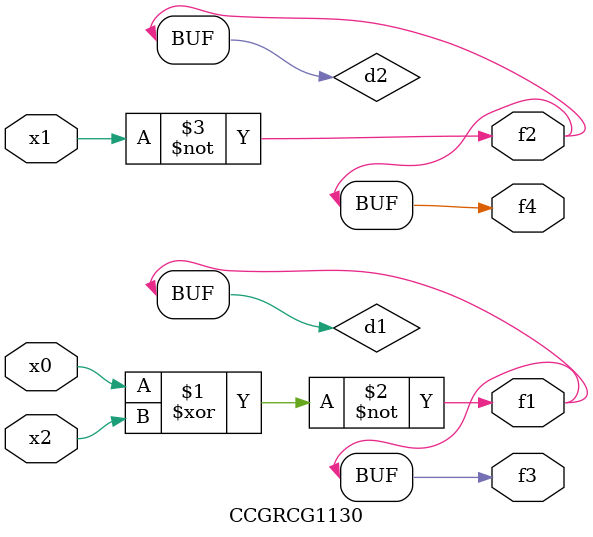
<source format=v>
module CCGRCG1130(
	input x0, x1, x2,
	output f1, f2, f3, f4
);

	wire d1, d2, d3;

	xnor (d1, x0, x2);
	nand (d2, x1);
	nor (d3, x1, x2);
	assign f1 = d1;
	assign f2 = d2;
	assign f3 = d1;
	assign f4 = d2;
endmodule

</source>
